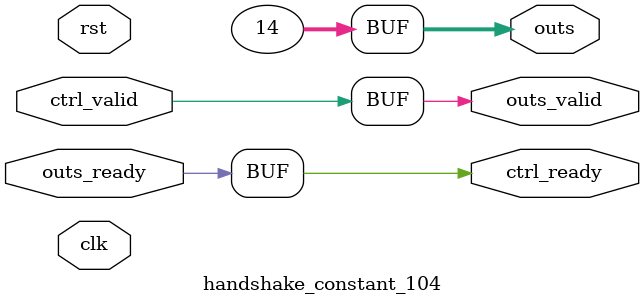
<source format=v>
`timescale 1ns / 1ps
module handshake_constant_104 #(
  parameter DATA_WIDTH = 32  // Default set to 32 bits
) (
  input                       clk,
  input                       rst,
  // Input Channel
  input                       ctrl_valid,
  output                      ctrl_ready,
  // Output Channel
  output [DATA_WIDTH - 1 : 0] outs,
  output                      outs_valid,
  input                       outs_ready
);
  assign outs       = 5'b01110;
  assign outs_valid = ctrl_valid;
  assign ctrl_ready = outs_ready;

endmodule

</source>
